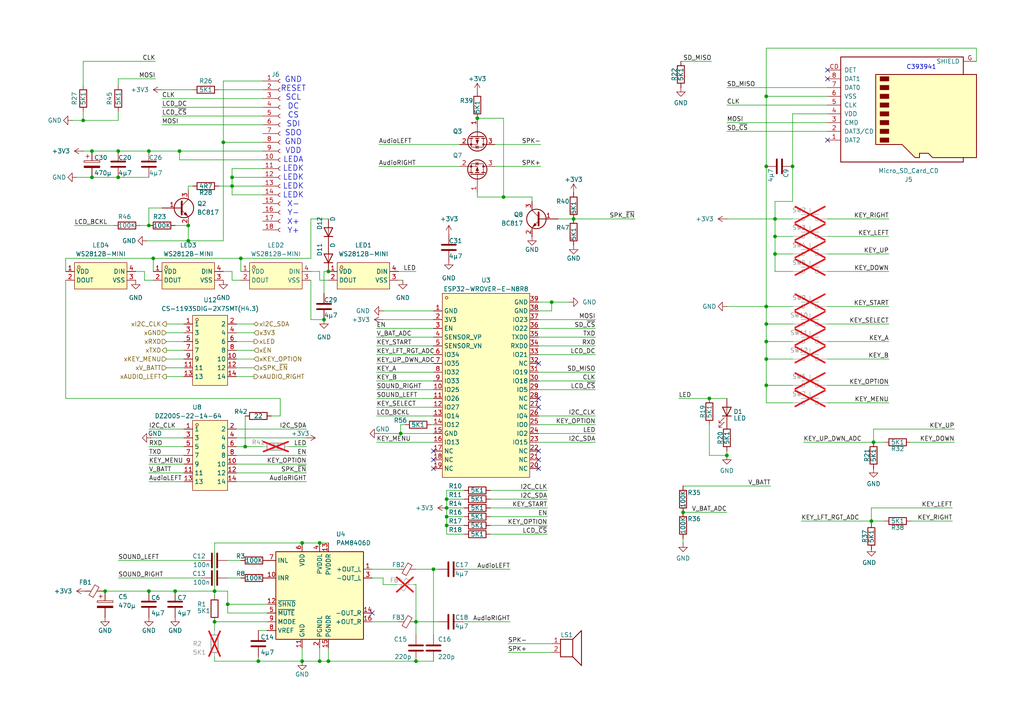
<source format=kicad_sch>
(kicad_sch (version 20231120) (generator "eeschema") (generator_version "8.0")
  (paper "A4")
  (junction (at 52.07 43.815))
  (junction (at 120.65 191.77))
  (junction (at 54.61 65.405))
  (junction (at 129.54 147.32))
  (junction (at 67.31 53.975))
  (junction (at 87.63 191.77))
  (junction (at 129.54 149.86))
  (junction (at 222.25 104.14))
  (junction (at 253.365 128.27))
  (junction (at 205.74 115.57))
  (junction (at 71.12 129.54))
  (junction (at 166.37 63.5))
  (junction (at 34.29 43.815))
  (junction (at 222.25 111.76))
  (junction (at 43.18 171.45))
  (junction (at 95.25 78.74))
  (junction (at 129.54 152.4))
  (junction (at 26.67 43.815))
  (junction (at 69.85 74.93))
  (junction (at 222.25 99.06))
  (junction (at 146.05 57.15))
  (junction (at 43.18 65.405))
  (junction (at 93.98 92.71))
  (junction (at 43.18 43.815))
  (junction (at 87.63 157.48))
  (junction (at 222.25 93.98))
  (junction (at 62.23 171.45))
  (junction (at 62.23 180.34))
  (junction (at 224.79 73.66))
  (junction (at 116.205 125.73))
  (junction (at 160.02 87.63))
  (junction (at 34.29 51.435))
  (junction (at 252.73 151.13))
  (junction (at 64.77 41.275))
  (junction (at 67.31 51.435))
  (junction (at 224.79 68.58))
  (junction (at 26.67 51.435))
  (junction (at 92.71 191.77))
  (junction (at 66.04 175.26))
  (junction (at 198.12 148.59))
  (junction (at 222.25 48.26))
  (junction (at 74.93 191.77))
  (junction (at 229.87 48.26))
  (junction (at 24.13 34.925))
  (junction (at 50.8 171.45))
  (junction (at 95.25 191.77))
  (junction (at 30.48 171.45))
  (junction (at 210.82 132.08))
  (junction (at 224.79 63.5))
  (junction (at 138.43 34.29))
  (junction (at 44.45 74.93))
  (junction (at 222.25 88.9))
  (junction (at 120.65 180.34))
  (junction (at 129.54 144.78))
  (junction (at 222.25 27.94))
  (junction (at 125.73 165.1))
  (junction (at 54.61 69.85))
  (junction (at 92.71 157.48))
  (no_connect (at 125.73 130.81))
  (no_connect (at 156.21 130.81))
  (no_connect (at 156.21 135.89))
  (no_connect (at 240.03 40.64))
  (no_connect (at 156.21 115.57))
  (no_connect (at 125.73 135.89))
  (no_connect (at 107.95 177.8))
  (no_connect (at 156.21 118.11))
  (no_connect (at 125.73 133.35))
  (no_connect (at 156.21 133.35))
  (no_connect (at 240.03 22.86))
  (no_connect (at 156.21 105.41))
  (no_connect (at 240.03 20.32))
  (wire (pts (xy 109.22 102.87) (xy 125.73 102.87)))
  (wire (pts (xy 81.28 120.65) (xy 78.74 120.65)))
  (wire (pts (xy 62.23 157.48) (xy 62.23 171.45)))
  (wire (pts (xy 34.29 51.435) (xy 43.18 51.435)))
  (wire (pts (xy 19.05 74.93) (xy 44.45 74.93)))
  (wire (pts (xy 120.65 165.1) (xy 125.73 165.1)))
  (wire (pts (xy 240.03 78.74) (xy 257.81 78.74)))
  (wire (pts (xy 45.085 22.86) (xy 34.29 22.86)))
  (wire (pts (xy 66.04 171.45) (xy 62.23 171.45)))
  (wire (pts (xy 55.88 53.975) (xy 54.61 53.975)))
  (wire (pts (xy 240.03 33.02) (xy 229.87 33.02)))
  (wire (pts (xy 29.845 171.45) (xy 30.48 171.45)))
  (wire (pts (xy 134.62 154.94) (xy 129.54 154.94)))
  (wire (pts (xy 109.22 118.11) (xy 125.73 118.11)))
  (wire (pts (xy 198.12 157.48) (xy 198.12 156.21)))
  (wire (pts (xy 222.25 111.76) (xy 222.25 104.14)))
  (wire (pts (xy 68.58 93.98) (xy 73.66 93.98)))
  (wire (pts (xy 19.05 78.74) (xy 19.05 74.93)))
  (wire (pts (xy 63.5 26.035) (xy 76.2 26.035)))
  (wire (pts (xy 30.48 171.45) (xy 43.18 171.45)))
  (wire (pts (xy 19.05 81.28) (xy 19.05 115.57)))
  (wire (pts (xy 146.05 57.15) (xy 154.305 57.15)))
  (wire (pts (xy 62.23 171.45) (xy 62.23 172.72)))
  (wire (pts (xy 46.99 26.035) (xy 55.88 26.035)))
  (wire (pts (xy 43.815 127) (xy 53.34 127)))
  (wire (pts (xy 142.24 147.32) (xy 158.75 147.32)))
  (wire (pts (xy 64.77 23.495) (xy 76.2 23.495)))
  (wire (pts (xy 109.22 95.25) (xy 125.73 95.25)))
  (wire (pts (xy 160.02 87.63) (xy 165.1 87.63)))
  (wire (pts (xy 229.87 111.76) (xy 222.25 111.76)))
  (wire (pts (xy 74.93 182.88) (xy 77.47 182.88)))
  (wire (pts (xy 156.21 113.03) (xy 172.72 113.03)))
  (wire (pts (xy 147.32 186.69) (xy 160.02 186.69)))
  (wire (pts (xy 156.21 92.71) (xy 172.72 92.71)))
  (wire (pts (xy 116.205 125.73) (xy 125.73 125.73)))
  (wire (pts (xy 109.855 41.91) (xy 133.35 41.91)))
  (wire (pts (xy 252.73 147.32) (xy 252.73 151.13)))
  (wire (pts (xy 222.25 88.9) (xy 229.87 88.9)))
  (wire (pts (xy 92.71 78.74) (xy 92.71 81.28)))
  (wire (pts (xy 26.67 43.815) (xy 34.29 43.815)))
  (wire (pts (xy 283.21 13.97) (xy 222.25 13.97)))
  (wire (pts (xy 71.12 120.65) (xy 71.12 129.54)))
  (wire (pts (xy 129.54 152.4) (xy 129.54 149.86)))
  (wire (pts (xy 146.05 34.29) (xy 146.05 57.15)))
  (wire (pts (xy 134.62 147.32) (xy 129.54 147.32)))
  (wire (pts (xy 67.31 51.435) (xy 67.31 48.895)))
  (wire (pts (xy 134.62 165.1) (xy 147.955 165.1)))
  (wire (pts (xy 46.99 28.575) (xy 76.2 28.575)))
  (wire (pts (xy 81.28 115.57) (xy 81.28 120.65)))
  (wire (pts (xy 210.82 63.5) (xy 224.79 63.5)))
  (wire (pts (xy 134.62 144.78) (xy 129.54 144.78)))
  (wire (pts (xy 127 180.34) (xy 120.65 180.34)))
  (wire (pts (xy 142.24 154.94) (xy 158.75 154.94)))
  (wire (pts (xy 64.77 41.275) (xy 76.2 41.275)))
  (wire (pts (xy 64.77 23.495) (xy 64.77 41.275)))
  (wire (pts (xy 240.03 68.58) (xy 257.81 68.58)))
  (wire (pts (xy 43.18 60.325) (xy 43.18 65.405)))
  (wire (pts (xy 109.22 97.79) (xy 125.73 97.79)))
  (wire (pts (xy 156.845 41.91) (xy 143.51 41.91)))
  (wire (pts (xy 68.58 129.54) (xy 71.12 129.54)))
  (wire (pts (xy 111.125 169.545) (xy 111.125 167.64)))
  (wire (pts (xy 224.79 78.74) (xy 229.87 78.74)))
  (wire (pts (xy 111.125 92.71) (xy 125.73 92.71)))
  (wire (pts (xy 224.79 73.66) (xy 224.79 78.74)))
  (wire (pts (xy 156.845 48.26) (xy 143.51 48.26)))
  (wire (pts (xy 109.22 115.57) (xy 125.73 115.57)))
  (wire (pts (xy 240.03 63.5) (xy 257.81 63.5)))
  (wire (pts (xy 24.13 43.815) (xy 26.67 43.815)))
  (wire (pts (xy 46.99 60.325) (xy 43.18 60.325)))
  (wire (pts (xy 74.93 190.5) (xy 74.93 191.77)))
  (wire (pts (xy 93.98 78.74) (xy 95.25 78.74)))
  (wire (pts (xy 34.29 22.86) (xy 34.29 24.765)))
  (wire (pts (xy 232.41 151.13) (xy 252.73 151.13)))
  (wire (pts (xy 68.58 106.68) (xy 73.66 106.68)))
  (wire (pts (xy 90.17 81.28) (xy 90.17 92.71)))
  (wire (pts (xy 283.21 17.78) (xy 283.21 13.97)))
  (wire (pts (xy 92.71 81.28) (xy 95.25 81.28)))
  (wire (pts (xy 20.955 34.925) (xy 24.13 34.925)))
  (wire (pts (xy 222.25 104.14) (xy 229.87 104.14)))
  (wire (pts (xy 224.79 63.5) (xy 224.79 68.58)))
  (wire (pts (xy 67.31 51.435) (xy 76.2 51.435)))
  (wire (pts (xy 34.29 32.385) (xy 34.29 34.925)))
  (wire (pts (xy 222.25 27.94) (xy 240.03 27.94)))
  (wire (pts (xy 116.205 123.19) (xy 116.205 125.73)))
  (wire (pts (xy 252.73 151.765) (xy 252.73 151.13)))
  (wire (pts (xy 127 165.1) (xy 125.73 165.1)))
  (wire (pts (xy 142.24 144.78) (xy 158.75 144.78)))
  (wire (pts (xy 154.305 57.15) (xy 154.305 58.42)))
  (wire (pts (xy 205.74 115.57) (xy 210.82 115.57)))
  (wire (pts (xy 117.475 123.19) (xy 116.205 123.19)))
  (wire (pts (xy 95.25 191.77) (xy 92.71 191.77)))
  (wire (pts (xy 129.54 142.24) (xy 129.54 144.78)))
  (wire (pts (xy 120.65 180.34) (xy 120.65 184.15)))
  (wire (pts (xy 156.21 128.27) (xy 172.72 128.27)))
  (wire (pts (xy 67.31 53.975) (xy 67.31 51.435)))
  (wire (pts (xy 68.58 104.14) (xy 73.66 104.14)))
  (wire (pts (xy 68.58 127) (xy 88.9 127)))
  (wire (pts (xy 68.58 124.46) (xy 88.9 124.46)))
  (wire (pts (xy 240.03 35.56) (xy 210.82 35.56)))
  (wire (pts (xy 125.73 165.1) (xy 125.73 184.15)))
  (wire (pts (xy 44.45 74.93) (xy 69.85 74.93)))
  (wire (pts (xy 161.925 63.5) (xy 166.37 63.5)))
  (wire (pts (xy 109.22 100.33) (xy 125.73 100.33)))
  (wire (pts (xy 156.21 95.25) (xy 172.72 95.25)))
  (wire (pts (xy 264.16 151.13) (xy 276.225 151.13)))
  (wire (pts (xy 43.18 129.54) (xy 53.34 129.54)))
  (wire (pts (xy 222.25 48.26) (xy 222.25 88.9)))
  (wire (pts (xy 134.62 152.4) (xy 129.54 152.4)))
  (wire (pts (xy 156.21 107.95) (xy 172.72 107.95)))
  (wire (pts (xy 253.365 128.27) (xy 256.54 128.27)))
  (wire (pts (xy 222.25 111.76) (xy 222.25 116.84)))
  (wire (pts (xy 19.05 115.57) (xy 81.28 115.57)))
  (wire (pts (xy 198.12 140.97) (xy 223.52 140.97)))
  (wire (pts (xy 46.99 33.655) (xy 76.2 33.655)))
  (wire (pts (xy 109.855 48.26) (xy 133.35 48.26)))
  (wire (pts (xy 34.29 162.56) (xy 58.42 162.56)))
  (wire (pts (xy 95.25 187.96) (xy 95.25 191.77)))
  (wire (pts (xy 43.18 132.08) (xy 53.34 132.08)))
  (wire (pts (xy 109.22 105.41) (xy 125.73 105.41)))
  (wire (pts (xy 66.04 162.56) (xy 69.85 162.56)))
  (wire (pts (xy 69.85 74.93) (xy 69.85 78.74)))
  (wire (pts (xy 134.62 149.86) (xy 129.54 149.86)))
  (wire (pts (xy 240.03 111.76) (xy 257.81 111.76)))
  (wire (pts (xy 43.18 43.815) (xy 52.07 43.815)))
  (wire (pts (xy 53.34 96.52) (xy 48.26 96.52)))
  (wire (pts (xy 222.25 88.9) (xy 222.25 93.98)))
  (wire (pts (xy 210.82 30.48) (xy 240.03 30.48)))
  (wire (pts (xy 44.45 74.93) (xy 44.45 78.74)))
  (wire (pts (xy 53.34 101.6) (xy 48.26 101.6)))
  (wire (pts (xy 83.82 129.54) (xy 88.9 129.54)))
  (wire (pts (xy 67.31 78.74) (xy 67.31 81.28)))
  (wire (pts (xy 138.43 55.88) (xy 138.43 57.15)))
  (wire (pts (xy 156.21 100.33) (xy 172.72 100.33)))
  (wire (pts (xy 67.31 81.28) (xy 69.85 81.28)))
  (wire (pts (xy 276.86 124.46) (xy 253.365 124.46)))
  (wire (pts (xy 240.03 38.1) (xy 210.82 38.1)))
  (wire (pts (xy 114.935 169.545) (xy 111.125 169.545)))
  (wire (pts (xy 109.22 113.03) (xy 125.73 113.03)))
  (wire (pts (xy 52.07 46.355) (xy 52.07 43.815)))
  (wire (pts (xy 54.61 65.405) (xy 54.61 69.85)))
  (wire (pts (xy 34.29 43.815) (xy 43.18 43.815)))
  (wire (pts (xy 142.24 149.86) (xy 158.75 149.86)))
  (wire (pts (xy 66.04 177.8) (xy 66.04 175.26)))
  (wire (pts (xy 156.21 125.73) (xy 172.72 125.73)))
  (wire (pts (xy 68.58 137.16) (xy 88.9 137.16)))
  (wire (pts (xy 43.18 134.62) (xy 53.34 134.62)))
  (wire (pts (xy 95.25 157.48) (xy 92.71 157.48)))
  (wire (pts (xy 210.82 132.08) (xy 210.82 130.81)))
  (wire (pts (xy 229.87 116.84) (xy 222.25 116.84)))
  (wire (pts (xy 42.545 69.85) (xy 54.61 69.85)))
  (wire (pts (xy 52.07 46.355) (xy 76.2 46.355)))
  (wire (pts (xy 196.85 115.57) (xy 205.74 115.57)))
  (wire (pts (xy 67.31 48.895) (xy 76.2 48.895)))
  (wire (pts (xy 64.77 41.275) (xy 64.77 69.85)))
  (wire (pts (xy 24.13 32.385) (xy 24.13 34.925)))
  (wire (pts (xy 53.34 93.98) (xy 48.26 93.98)))
  (wire (pts (xy 205.74 132.08) (xy 210.82 132.08)))
  (wire (pts (xy 125.095 123.19) (xy 125.73 123.19)))
  (wire (pts (xy 68.58 109.22) (xy 73.66 109.22)))
  (wire (pts (xy 90.17 74.93) (xy 90.17 63.5)))
  (wire (pts (xy 197.485 17.78) (xy 206.375 17.78)))
  (wire (pts (xy 156.21 90.17) (xy 160.02 90.17)))
  (wire (pts (xy 26.67 51.435) (xy 34.29 51.435)))
  (wire (pts (xy 109.22 107.95) (xy 125.73 107.95)))
  (wire (pts (xy 240.03 93.98) (xy 257.81 93.98)))
  (wire (pts (xy 53.34 99.06) (xy 48.26 99.06)))
  (wire (pts (xy 205.74 123.19) (xy 205.74 132.08)))
  (wire (pts (xy 69.85 74.93) (xy 90.17 74.93)))
  (wire (pts (xy 68.58 96.52) (xy 73.66 96.52)))
  (wire (pts (xy 222.25 99.06) (xy 222.25 104.14)))
  (wire (pts (xy 252.73 159.385) (xy 252.73 158.75)))
  (wire (pts (xy 222.25 27.94) (xy 222.25 48.26)))
  (wire (pts (xy 224.79 63.5) (xy 229.87 63.5)))
  (wire (pts (xy 156.21 110.49) (xy 172.72 110.49)))
  (wire (pts (xy 224.79 68.58) (xy 229.87 68.58)))
  (wire (pts (xy 50.8 171.45) (xy 62.23 171.45)))
  (wire (pts (xy 198.12 148.59) (xy 210.82 148.59)))
  (wire (pts (xy 222.25 93.98) (xy 229.87 93.98)))
  (wire (pts (xy 67.31 56.515) (xy 76.2 56.515)))
  (wire (pts (xy 67.31 53.975) (xy 76.2 53.975)))
  (wire (pts (xy 166.37 63.5) (xy 184.15 63.5)))
  (wire (pts (xy 53.34 104.14) (xy 48.26 104.14)))
  (wire (pts (xy 120.65 169.545) (xy 120.65 180.34)))
  (wire (pts (xy 109.22 110.49) (xy 125.73 110.49)))
  (wire (pts (xy 68.58 132.08) (xy 88.9 132.08)))
  (wire (pts (xy 222.25 99.06) (xy 229.87 99.06)))
  (wire (pts (xy 22.225 51.435) (xy 26.67 51.435)))
  (wire (pts (xy 95.25 191.77) (xy 120.65 191.77)))
  (wire (pts (xy 24.13 17.78) (xy 24.13 24.765)))
  (wire (pts (xy 120.65 191.77) (xy 125.73 191.77)))
  (wire (pts (xy 276.225 147.32) (xy 252.73 147.32)))
  (wire (pts (xy 66.04 167.64) (xy 69.85 167.64)))
  (wire (pts (xy 240.03 88.9) (xy 257.81 88.9)))
  (wire (pts (xy 87.63 191.77) (xy 74.93 191.77)))
  (wire (pts (xy 92.71 191.77) (xy 87.63 191.77)))
  (wire (pts (xy 62.23 191.77) (xy 74.93 191.77)))
  (wire (pts (xy 229.87 33.02) (xy 229.87 48.26)))
  (wire (pts (xy 111.125 90.17) (xy 125.73 90.17)))
  (wire (pts (xy 87.63 187.96) (xy 87.63 191.77)))
  (wire (pts (xy 264.16 128.27) (xy 276.86 128.27)))
  (wire (pts (xy 77.47 177.8) (xy 66.04 177.8)))
  (wire (pts (xy 54.61 53.975) (xy 54.61 55.245)))
  (wire (pts (xy 66.04 175.26) (xy 66.04 171.45)))
  (wire (pts (xy 240.03 104.14) (xy 257.81 104.14)))
  (wire (pts (xy 134.62 180.34) (xy 147.955 180.34)))
  (wire (pts (xy 156.21 87.63) (xy 160.02 87.63)))
  (wire (pts (xy 45.085 17.78) (xy 24.13 17.78)))
  (wire (pts (xy 68.58 101.6) (xy 73.66 101.6)))
  (wire (pts (xy 90.17 63.5) (xy 95.25 63.5)))
  (wire (pts (xy 138.43 57.15) (xy 146.05 57.15)))
  (wire (pts (xy 120.015 169.545) (xy 120.65 169.545)))
  (wire (pts (xy 160.02 90.17) (xy 160.02 87.63)))
  (wire (pts (xy 147.32 189.23) (xy 160.02 189.23)))
  (wire (pts (xy 138.43 34.29) (xy 146.05 34.29)))
  (wire (pts (xy 43.18 139.7) (xy 53.34 139.7)))
  (wire (pts (xy 62.23 190.5) (xy 62.23 191.77)))
  (wire (pts (xy 109.22 128.27) (xy 125.73 128.27)))
  (wire (pts (xy 142.24 142.24) (xy 158.75 142.24)))
  (wire (pts (xy 142.24 152.4) (xy 158.75 152.4)))
  (wire (pts (xy 24.13 34.925) (xy 34.29 34.925)))
  (wire (pts (xy 129.54 154.94) (xy 129.54 152.4)))
  (wire (pts (xy 87.63 157.48) (xy 92.71 157.48)))
  (wire (pts (xy 134.62 142.24) (xy 129.54 142.24)))
  (wire (pts (xy 62.23 157.48) (xy 87.63 157.48)))
  (wire (pts (xy 46.99 31.115) (xy 76.2 31.115)))
  (wire (pts (xy 76.2 129.54) (xy 71.12 129.54)))
  (wire (pts (xy 34.29 167.64) (xy 58.42 167.64)))
  (wire (pts (xy 53.34 109.22) (xy 48.26 109.22)))
  (wire (pts (xy 46.99 36.195) (xy 76.2 36.195)))
  (wire (pts (xy 224.79 58.42) (xy 224.79 63.5)))
  (wire (pts (xy 63.5 53.975) (xy 67.31 53.975)))
  (wire (pts (xy 233.045 128.27) (xy 253.365 128.27)))
  (wire (pts (xy 115.57 78.74) (xy 120.65 78.74)))
  (wire (pts (xy 64.77 78.74) (xy 67.31 78.74)))
  (wire (pts (xy 222.25 13.97) (xy 222.25 27.94)))
  (wire (pts (xy 224.79 68.58) (xy 224.79 73.66)))
  (wire (pts (xy 224.79 73.66) (xy 229.87 73.66)))
  (wire (pts (xy 156.21 102.87) (xy 172.72 102.87)))
  (wire (pts (xy 156.21 123.19) (xy 172.72 123.19)))
  (wire (pts (xy 111.125 167.64) (xy 107.95 167.64)))
  (wire (pts (xy 67.31 56.515) (xy 67.31 53.975)))
  (wire (pts (xy 53.34 106.68) (xy 48.26 106.68)))
  (wire (pts (xy 107.95 165.1) (xy 115.57 165.1)))
  (wire (pts (xy 252.73 151.13) (xy 256.54 151.13)))
  (wire (pts (xy 240.03 99.06) (xy 257.81 99.06)))
  (wire (pts (xy 41.91 78.74) (xy 41.91 81.28)))
  (wire (pts (xy 66.04 175.26) (xy 77.47 175.26)))
  (wire (pts (xy 68.58 99.06) (xy 73.66 99.06)))
  (wire (pts (xy 240.03 116.84) (xy 257.81 116.84)))
  (wire (pts (xy 129.54 147.32) (xy 129.54 149.86)))
  (wire (pts (xy 109.22 120.65) (xy 125.73 120.65)))
  (wire (pts (xy 90.17 78.74) (xy 92.71 78.74)))
  (wire (pts (xy 68.58 134.62) (xy 88.9 134.62)))
  (wire (pts (xy 52.07 43.815) (xy 76.2 43.815)))
  (wire (pts (xy 41.91 81.28) (xy 44.45 81.28)))
  (wire (pts (xy 62.23 182.88) (xy 62.23 180.34)))
  (wire (pts (xy 210.82 88.9) (xy 222.25 88.9)))
  (wire (pts (xy 240.03 73.66) (xy 257.81 73.66)))
  (wire (pts (xy 43.18 171.45) (xy 50.8 171.45)))
  (wire (pts (xy 210.82 25.4) (xy 240.03 25.4)))
  (wire (pts (xy 62.23 180.34) (xy 77.47 180.34)))
  (wire (pts (xy 21.59 65.405) (xy 33.02 65.405)))
  (wire (pts (xy 107.95 180.34) (xy 115.57 180.34)))
  (wire (pts (xy 156.21 120.65) (xy 172.72 120.65)))
  (wire (pts (xy 43.18 124.46) (xy 53.34 124.46)))
  (wire (pts (xy 92.71 187.96) (xy 92.71 191.77)))
  (wire (pts (xy 109.855 125.73) (xy 116.205 125.73)))
  (wire (pts (xy 40.64 65.405) (xy 43.18 65.405)))
  (wire (pts (xy 39.37 78.74) (xy 41.91 78.74)))
  (wire (pts (xy 93.98 85.09) (xy 93.98 78.74)))
  (wire (pts (xy 129.54 144.78) (xy 129.54 147.32)))
  (wire (pts (xy 68.58 139.7) (xy 88.9 139.7)))
  (wire (pts (xy 54.61 69.85) (xy 64.77 69.85)))
  (wire (pts (xy 90.17 92.71) (xy 93.98 92.71)))
  (wire (pts (xy 222.25 93.98) (xy 222.25 99.06)))
  (wire (pts (xy 253.365 124.46) (xy 253.365 128.27)))
  (wire (pts (xy 156.21 97.79) (xy 172.72 97.79)))
  (wire (pts (xy 50.8 65.405) (xy 54.61 65.405)))
  (wire (pts (xy 224.79 58.42) (xy 229.87 58.42)))
  (wire (pts (xy 229.87 58.42) (xy 229.87 48.26)))
  (wire (pts (xy 43.18 137.16) (xy 53.34 137.16)))
  (wire (pts (xy 116.84 81.28) (xy 115.57 81.28)))
  (text "GND\nRESET\nSCL\nDC\nCS\nSDI\nSDO\nGND\nVDD\nLEDA\nLEDK\nLEDK\nLEDK\nLEDK\nX-\nY-\nX+\nY+\n" (at 85.09 45.085 0) (effects (font (size 1.6002 1.6002))))
  (text "C393941" (at 262.89 20.32 0) (effects (font (size 1.27 1.27)) (justify left bottom)))
  (label "KEY_UP" (at 257.81 73.66 180))
  (label "KEY_SELECT" (at 109.22 118.11 0))
  (label "EN" (at 109.22 95.25 0))
  (label "LED" (at 172.72 125.73 180))
  (label "KEY_START" (at 109.22 100.33 0))
  (label "SD_~{CS}" (at 210.82 38.1 0))
  (label "CLK" (at 210.82 30.48 0))
  (label "KEY_RIGHT" (at 257.81 63.5 180))
  (label "AudioRIGHT" (at 147.955 180.34 180))
  (label "MOSI" (at 210.82 35.56 0))
  (label "SOUND_RIGHT" (at 34.29 167.64 0))
  (label "LED" (at 120.65 78.74 180))
  (label "LCD_~{CS}" (at 158.75 154.94 180))
  (label "AudioLEFT" (at 147.955 165.1 180))
  (label "SPK-" (at 156.845 41.91 180))
  (label "AudioLEFT" (at 109.855 41.91 0))
  (label "TXD" (at 172.72 97.79 180))
  (label "KEY_DOWN" (at 276.86 128.27 180))
  (label "LED" (at 196.85 115.57 0))
  (label "SD_~{CS}" (at 172.72 95.25 180))
  (label "RXD" (at 43.18 129.54 0))
  (label "KEY_LEFT" (at 276.225 147.32 180))
  (label "I2C_CLK" (at 158.75 142.24 180))
  (label "LCD_BCKL" (at 21.59 65.405 0))
  (label "SD_MISO" (at 210.82 25.4 0))
  (label "LED" (at 88.9 129.54 180))
  (label "CLK" (at 46.99 28.575 0))
  (label "SOUND_LEFT" (at 109.22 115.57 0))
  (label "KEY_LFT_RGT_ADC" (at 232.41 151.13 0))
  (label "SOUND_RIGHT" (at 109.22 113.03 0))
  (label "I2C_SDA" (at 172.72 128.27 180))
  (label "I2C_CLK" (at 172.72 120.65 180))
  (label "MOSI" (at 45.085 22.86 180))
  (label "LCD_~{CS}" (at 172.72 113.03 180))
  (label "SPK-" (at 147.32 186.69 0))
  (label "KEY_OPTION" (at 257.81 111.76 180))
  (label "CLK" (at 172.72 110.49 180))
  (label "LCD_DC" (at 46.99 31.115 0))
  (label "KEY_UP_DWN_ADC" (at 233.045 128.27 0))
  (label "KEY_LFT_RGT_ADC" (at 109.22 102.87 0))
  (label "LCD_~{CS}" (at 46.99 33.655 0))
  (label "KEY_MENU" (at 109.22 128.27 0))
  (label "AudioLEFT" (at 43.18 139.7 0))
  (label "KEY_OPTION" (at 158.75 152.4 180))
  (label "AudioRIGHT" (at 88.9 139.7 180))
  (label "KEY_B" (at 109.22 110.49 0))
  (label "KEY_MENU" (at 257.81 116.84 180))
  (label "KEY_UP_DWN_ADC" (at 109.22 105.41 0))
  (label "SD_MISO" (at 172.72 107.95 180))
  (label "LCD_DC" (at 172.72 102.87 180))
  (label "LCD_BCKL" (at 109.22 120.65 0))
  (label "KEY_START" (at 257.81 88.9 180))
  (label "MOSI" (at 172.72 92.71 180))
  (label "EN" (at 158.75 149.86 180))
  (label "KEY_A" (at 257.81 99.06 180))
  (label "MOSI" (at 46.99 36.195 0))
  (label "KEY_DOWN" (at 257.81 78.74 180))
  (label "RXD" (at 172.72 100.33 180))
  (label "I2C_SDA" (at 158.75 144.78 180))
  (label "V_BAT_ADC" (at 210.82 148.59 180))
  (label "KEY_START" (at 158.75 147.32 180))
  (label "KEY_OPTION" (at 172.72 123.19 180))
  (label "KEY_OPTION" (at 88.9 134.62 180))
  (label "V_BATT" (at 43.18 137.16 0))
  (label "SOUND_LEFT" (at 34.29 162.56 0))
  (label "I2C_SDA" (at 88.9 124.46 180))
  (label "AudioRIGHT" (at 109.855 48.26 0))
  (label "SPK+" (at 156.845 48.26 180))
  (label "SD_MISO" (at 206.375 17.78 180))
  (label "V_BATT" (at 223.52 140.97 180))
  (label "KEY_SELECT" (at 257.81 93.98 180))
  (label "EN" (at 88.9 132.08 180))
  (label "TXD" (at 43.18 132.08 0))
  (label "V_BAT_ADC" (at 109.22 97.79 0))
  (label "KEY_A" (at 109.22 107.95 0))
  (label "SPK_~{EN}" (at 184.15 63.5 180))
  (label "KEY_RIGHT" (at 276.225 151.13 180))
  (label "KEY_LEFT" (at 257.81 68.58 180))
  (label "CLK" (at 45.085 17.78 180))
  (label "I2C_CLK" (at 43.18 124.46 0))
  (label "KEY_MENU" (at 43.18 134.62 0))
  (label "KEY_UP" (at 276.86 124.46 180))
  (label "KEY_B" (at 257.81 104.14 180))
  (label "SPK_~{EN}" (at 88.9 137.16 180))
  (label "SPK+" (at 147.32 189.23 0))
  (hierarchical_label "xKEY_MENU" (shape input) (at 48.26 104.14 180))
  (hierarchical_label "xRXD" (shape input) (at 48.26 99.06 180))
  (hierarchical_label "xKEY_OPTION" (shape input) (at 73.66 104.14 0))
  (hierarchical_label "xAUDIO_LEFT" (shape output) (at 48.26 109.22 180))
  (hierarchical_label "x3V3" (shape input) (at 73.66 96.52 0))
  (hierarchical_label "xAUDIO_RIGHT" (shape output) (at 73.66 109.22 0))
  (hierarchical_label "xTXD" (shape output) (at 48.26 101.6 180))
  (hierarchical_label "xEN" (shape input) (at 73.66 101.6 0))
  (hierarchical_label "xI2C_SDA" (shape bidirectional) (at 73.66 93.98 0))
  (hierarchical_label "xGND" (shape input) (at 48.26 96.52 180))
  (hierarchical_label "xI2C_CLK" (shape output) (at 48.26 93.98 180))
  (hierarchical_label "xLED" (shape output) (at 73.66 99.06 0))
  (hierarchical_label "xSPK_~{EN}" (shape input) (at 73.66 106.68 0))
  (hierarchical_label "xV_BATT" (shape input) (at 48.26 106.68 180))
  (symbol (lib_id "power:+3V3") (at 46.99 26.035 90) (unit 1)
    (property "Reference" "#PWR033" (effects (hide yes)))
    (property "Value" "+3V3" (at 43.18 26.035 90) (effects (justify left)))
    (property "Description" "Power symbol creates a global label with name \"+3V3\"" (effects (hide yes)))
  )
  (symbol (lib_id "Device:R") (at 138.43 152.4 270) (unit 1)
    (property "Reference" "R17" (at 132.08 151.13 90))
    (property "Value" "5K1" (at 138.43 152.4 90))
    (property "Footprint" "Resistor_SMD:R_0603_1608Metric" (effects (hide yes)))
    (property "LCSC" "C26000" (effects (hide yes)))
    (property "SOURCED" "jop" (effects (hide yes)))
  )
  (symbol (lib_id "power:GND") (at 22.225 51.435 270) (mirror x) (unit 1)
    (property "Reference" "#PWR035" (effects (hide yes)))
    (property "Value" "GND" (at 17.145 51.435 90))
  )
  (symbol (lib_id "power:GND") (at 210.82 88.9 270) (mirror x) (unit 1)
    (property "Reference" "#PWR034" (effects (hide yes)))
    (property "Value" "GND" (at 205.74 88.9 90))
  )
  (symbol (lib_id "power:GND") (at 20.955 34.925 270) (mirror x) (unit 1)
    (property "Reference" "#PWR042" (effects (hide yes)))
    (property "Value" "GND" (at 15.875 34.925 90))
  )
  (symbol (lib_id "power:GND") (at 154.305 68.58 0) (mirror y) (unit 1)
    (property "Reference" "#PWR047" (effects (hide yes)))
    (property "Value" "GND" (at 154.305 72.39 0))
  )
  (symbol (lib_id "power:GND") (at 42.545 69.85 270) (mirror x) (unit 1)
    (property "Reference" "#PWR041" (effects (hide yes)))
    (property "Value" "GND" (at 37.465 69.85 90))
  )
  (symbol (lib_id "power:GND") (at 253.365 135.89 0) (unit 1)
    (property "Reference" "#PWR024" (effects (hide yes)))
    (property "Value" "GND" (at 253.365 140.335 0))
    (property "Description" "Power symbol creates a global label with name \"GND\" , ground" (effects (hide yes)))
  )
  (symbol (lib_id "easyeda2kicad:ESP32-WROVER-E-N8R8") (at 140.97 111.76 0) (unit 1)
    (property "Reference" "U3" (at 140.97 81.28 0))
    (property "Value" "ESP32-WROVER-E-N8R8" (at 140.97 83.82 0))
    (property "Footprint" "easyeda2kicad:WIFI-SMD_ESP32-WROVER-IE8MB" (effects (hide yes)))
    (property "SOURCED" "jop" (effects (hide yes)))
    (property "LCSC" "C2973667" (effects (hide yes)))
  )
  (symbol (lib_id "power:GND") (at 165.1 87.63 90) (unit 1)
    (property "Reference" "#PWR019" (effects (hide yes)))
    (property "Value" "GND" (at 168.91 87.6299 90) (effects (justify right)))
    (property "Description" "Power symbol creates a global label with name \"GND\" , ground" (effects (hide yes)))
  )
  (symbol (lib_id "Device:R") (at 121.285 123.19 90) (unit 1)
    (property "Reference" "R56" (at 118.11 121.92 90) (effects (justify left)))
    (property "Value" "5K1" (at 123.19 123.19 90) (effects (justify left)))
    (property "Footprint" "Resistor_SMD:R_0603_1608Metric" (effects (hide yes)))
    (property "LCSC" "C26000" (effects (hide yes)))
    (property "SOURCED" "jop" (effects (hide yes)))
  )
  (symbol (lib_id "power:+3V3") (at 111.125 92.71 90) (unit 1)
    (property "Reference" "#PWR04" (effects (hide yes)))
    (property "Value" "+3V3" (at 107.315 92.71 90) (effects (justify left)))
    (property "Description" "Power symbol creates a global label with name \"+3V3\"" (effects (hide yes)))
  )
  (symbol (lib_id "Device:D") (at 95.25 74.93 90) (unit 1)
    (property "Reference" "D11" (at 92.71 72.39 0))
    (property "Value" "D" (at 96.52 71.12 0))
    (property "Footprint" "Diode_SMD:Nexperia_CFP3_SOD-123W" (effects (hide yes)))
    (property "Description" "Diode" (effects (hide yes)))
    (property "Sim.Device" "D" (effects (hide yes)))
    (property "Sim.Pins" "1=K 2=A" (effects (hide yes)))
    (property "LCSC" "C5120763" (effects (hide yes)))
    (property "SOURCED" "jop" (effects (hide yes)))
  )
  (symbol (lib_id "Device:R") (at 138.43 142.24 270) (unit 1)
    (property "Reference" "R10" (at 132.08 140.97 90))
    (property "Value" "5K1" (at 138.43 142.24 90))
    (property "Footprint" "Resistor_SMD:R_0603_1608Metric" (effects (hide yes)))
    (property "LCSC" "C26000" (effects (hide yes)))
    (property "SOURCED" "jop" (effects (hide yes)))
  )
  (symbol (lib_id "Device:C_Polarized") (at 30.48 175.26 0) (unit 1)
    (property "Reference" "C5" (at 34.29 173.1009 0) (effects (justify left)))
    (property "Value" "470µ" (at 34.29 175.6409 0) (effects (justify left)))
    (property "Footprint" "Capacitor_Tantalum_SMD:CP_EIA-7343-43_Kemet-X" (effects (hide yes)))
    (property "Description" "Polarized capacitor" (effects (hide yes)))
    (property "LCSC" "C724264" (effects (hide yes)))
  )
  (symbol (lib_id "Device:R") (at 198.12 144.78 0) (unit 1)
    (property "Reference" "R35" (at 199.39 142.875 0) (effects (justify left)))
    (property "Value" "100K" (at 198.12 147.32 90) (effects (justify left)))
    (property "Footprint" "Resistor_SMD:R_0603_1608Metric" (effects (hide yes)))
    (property "LCSC" "C15458" (effects (hide yes)))
    (property "SOURCED" "jop" (effects (hide yes)))
  )
  (symbol (lib_id "Device:R") (at 205.74 119.38 0) (unit 1)
    (property "Reference" "R19" (at 203.835 119.38 90))
    (property "Value" "5K1" (at 205.74 119.38 90))
    (property "Footprint" "Resistor_SMD:R_0603_1608Metric" (effects (hide yes)))
    (property "LCSC" "C26000" (effects (hide yes)))
    (property "SOURCED" "jop" (effects (hide yes)))
  )
  (symbol (lib_id "Device:FerriteBead_Small") (at 118.11 165.1 90) (unit 1)
    (property "Reference" "FB2" (at 115.57 163.83 90))
    (property "Value" "FerriteBead_Small" (effects (hide yes)))
    (property "Footprint" "Inductor_SMD:L_0805_2012Metric" (effects (hide yes)))
    (property "Description" "600R 100MHz 100mOhm 2Amp" (effects (hide yes)))
    (property "LCSC" "C963878" (effects (hide yes)))
    (property "SOURCED" "jop" (effects (hide yes)))
  )
  (symbol (lib_id "Device:C") (at 130.81 180.34 90) (unit 1)
    (property "Reference" "C18" (at 135.89 179.07 90) (effects (justify left)))
    (property "Value" "4µ7" (at 135.89 181.61 90) (effects (justify left)))
    (property "Footprint" "Capacitor_SMD:C_1206_3216Metric" (effects (hide yes)))
    (property "Description" "25V" (effects (hide yes)))
    (property "LCSC" "C282809" (effects (hide yes)))
    (property "SOURCED" "jop" (effects (hide yes)))
  )
  (symbol (lib_id "Device:R") (at 138.43 149.86 270) (unit 1)
    (property "Reference" "R16" (at 132.08 148.59 90))
    (property "Value" "5K1" (at 138.43 149.86 90))
    (property "Footprint" "Resistor_SMD:R_0603_1608Metric" (effects (hide yes)))
    (property "LCSC" "C26000" (effects (hide yes)))
    (property "SOURCED" "jop" (effects (hide yes)))
  )
  (symbol (lib_id "easyeda2kicad:DZ200S-22-14-64") (at 60.96 132.08 0) (unit 1)
    (property "Reference" "U8" (at 57.15 118.11 0))
    (property "Value" "DZ200S-22-14-64" (at 54.61 120.65 0))
    (property "Footprint" "easyeda2kicad:HDR-SMD_14P-P2.00-V-M-R2-C7-LS6.4" (effects (hide yes)))
    (property "LCSC" "C5160772" (effects (hide yes)))
  )
  (symbol (lib_id "Device:R") (at 252.73 155.575 0) (unit 1)
    (property "Reference" "R37" (at 250.825 155.575 90))
    (property "Value" "5K1" (at 252.73 155.575 90))
    (property "Footprint" "Resistor_SMD:R_0603_1608Metric" (effects (hide yes)))
    (property "LCSC" "C26000" (effects (hide yes)))
    (property "SOURCED" "jop" (effects (hide yes)))
  )
  (symbol (lib_id "power:GND") (at 252.73 158.75 0) (unit 1)
    (property "Reference" "#PWR029" (effects (hide yes)))
    (property "Value" "GND" (at 252.095 163.195 0))
    (property "Description" "Power symbol creates a global label with name \"GND\" , ground" (effects (hide yes)))
  )
  (symbol (lib_id "Device:R") (at 80.01 129.54 270) (unit 1) (in_bom no) (dnp yes)
    (property "Reference" "R41" (at 74.93 128.27 90))
    (property "Value" "22" (at 80.01 129.54 90))
    (property "Footprint" "Resistor_SMD:R_0603_1608Metric" (effects (hide yes)))
    (property "LCSC" "C1203" (effects (hide yes)))
    (property "SOURCED" "jop" (effects (hide yes)))
  )
  (symbol (lib_id "power:GND") (at 87.63 191.77 0) (mirror y) (unit 1)
    (property "Reference" "#PWR022" (effects (hide yes)))
    (property "Value" "GND" (at 87.63 195.58 0))
  )
  (symbol (lib_id "easyeda2kicad:CS-1193SDIG-2X7SMT(H4.3)") (at 60.96 101.6 0) (unit 1)
    (property "Reference" "U12" (at 60.96 86.995 0))
    (property "Value" "CS-1193SDIG-2X7SMT(H4.3)" (at 60.96 89.535 0))
    (property "Footprint" "TheBrutzlers_Lib:PM200-2-07-S-4.3" (effects (hide yes)))
    (property "LCSC" "C3975171" (effects (hide yes)))
  )
  (symbol (lib_id "Device:C") (at 130.81 165.1 90) (unit 1)
    (property "Reference" "C17" (at 135.89 163.83 90) (effects (justify left)))
    (property "Value" "4µ7" (at 135.89 166.37 90) (effects (justify left)))
    (property "Footprint" "Capacitor_SMD:C_1206_3216Metric" (effects (hide yes)))
    (property "Description" "25V" (effects (hide yes)))
    (property "LCSC" "C282809" (effects (hide yes)))
    (property "SOURCED" "jop" (effects (hide yes)))
  )
  (symbol (lib_id "Device:R") (at 197.485 21.59 0) (unit 1)
    (property "Reference" "R22" (at 195.58 21.59 90))
    (property "Value" "5K1" (at 197.485 21.59 90))
    (property "Footprint" "Resistor_SMD:R_0603_1608Metric" (effects (hide yes)))
    (property "LCSC" "C26000" (effects (hide yes)))
    (property "SOURCED" "jop" (effects (hide yes)))
  )
  (symbol (lib_id "Device:R") (at 73.66 162.56 90) (unit 1)
    (property "Reference" "R3" (at 71.12 161.29 90) (effects (justify left)))
    (property "Value" "100K" (at 76.2 162.56 90) (effects (justify left)))
    (property "Footprint" "Resistor_SMD:R_0603_1608Metric" (effects (hide yes)))
    (property "LCSC" "C15458" (effects (hide yes)))
    (property "SOURCED" "jop" (effects (hide yes)))
  )
  (symbol (lib_id "Device:R") (at 260.35 151.13 90) (unit 1)
    (property "Reference" "R38" (at 260.35 153.035 90))
    (property "Value" "5K1" (at 260.35 151.13 90))
    (property "Footprint" "Resistor_SMD:R_0603_1608Metric" (effects (hide yes)))
    (property "LCSC" "C26000" (effects (hide yes)))
    (property "SOURCED" "jop" (effects (hide yes)))
  )
  (symbol (lib_id "Device:R") (at 74.93 120.65 270) (unit 1)
    (property "Reference" "R42" (at 69.85 119.38 90))
    (property "Value" "22" (at 74.93 120.65 90))
    (property "Footprint" "Resistor_SMD:R_0603_1608Metric" (effects (hide yes)))
    (property "LCSC" "C1203" (effects (hide yes)))
    (property "SOURCED" "jop" (effects (hide yes)))
  )
  (symbol (lib_id "Device:C") (at 93.98 88.9 0) (unit 1)
    (property "Reference" "C29" (at 93.98 86.995 0) (effects (justify left)))
    (property "Value" "4µ7" (at 93.98 91.44 0) (effects (justify left)))
    (property "Footprint" "Capacitor_SMD:C_1206_3216Metric" (effects (hide yes)))
    (property "Description" "25V" (effects (hide yes)))
    (property "LCSC" "C282809" (effects (hide yes)))
    (property "SOURCED" "jop" (effects (hide yes)))
  )
  (symbol (lib_id "Device:R") (at 253.365 132.08 0) (unit 1)
    (property "Reference" "R21" (at 251.46 132.08 90))
    (property "Value" "5K1" (at 253.365 132.08 90))
    (property "Footprint" "Resistor_SMD:R_0603_1608Metric" (effects (hide yes)))
    (property "LCSC" "C26000" (effects (hide yes)))
    (property "SOURCED" "jop" (effects (hide yes)))
  )
  (symbol (lib_id "Transistor_BJT:BC817") (at 52.07 60.325 0) (unit 1)
    (property "Reference" "Q2" (at 57.15 59.0549 0) (effects (justify left)))
    (property "Value" "BC817" (at 57.15 61.5949 0) (effects (justify left)))
    (property "Footprint" "Package_TO_SOT_SMD:SOT-323_SC-70" (effects (hide yes)))
    (property "Datasheet" "https://www.onsemi.com/pub/Collateral/BC818-D.pdf" (effects (hide yes)))
    (property "Description" "0.8A Ic, 45V Vce, NPN Transistor, SOT-23" (effects (hide yes)))
    (property "LCSC" "C383187" (effects (hide yes)))
    (property "SOURCED" "jop" (effects (hide yes)))
  )
  (symbol (lib_id "power:GND") (at 30.48 179.07 0) (mirror y) (unit 1)
    (property "Reference" "#PWR014" (effects (hide yes)))
    (property "Value" "GND" (at 30.48 182.88 0))
  )
  (symbol (lib_id "power:GND") (at 111.125 90.17 270) (unit 1)
    (property "Reference" "#PWR02" (effects (hide yes)))
    (property "Value" "GND" (at 107.315 90.1699 90) (effects (justify right)))
    (property "Description" "Power symbol creates a global label with name \"GND\" , ground" (effects (hide yes)))
  )
  (symbol (lib_id "Device:C") (at 125.73 187.96 180) (unit 1)
    (property "Reference" "C16" (at 127 185.42 0) (effects (justify right)))
    (property "Value" "220p" (at 127 190.5 0) (effects (justify right)))
    (property "Footprint" "Capacitor_SMD:C_0603_1608Metric" (effects (hide yes)))
    (property "Description" "50V" (effects (hide yes)))
    (property "LCSC" "C107081" (effects (hide yes)))
    (property "SOURCED" "jop" (effects (hide yes)))
  )
  (symbol (lib_id "Connector:Conn_01x18_Socket") (at 81.28 43.815 0) (unit 1)
    (property "Reference" "J6" (at 78.74 21.59 0) (effects (justify left)))
    (property "Value" "Conn_01x18_Socket" (effects (hide yes)))
    (property "Footprint" "TheBrutzlers_Lib:solder connector 0.8mm 18 pin" (effects (hide yes)))
    (property "Description" "Generic connector, single row, 01x18, script generated" (effects (hide yes)))
    (property "SOURCED" "party (2 missing)" (effects (hide yes)))
  )
  (symbol (lib_id "Device:R") (at 36.83 65.405 90) (unit 1)
    (property "Reference" "R46" (at 38.1 62.865 90) (effects (justify left)))
    (property "Value" "100K" (at 39.37 65.405 90) (effects (justify left)))
    (property "Footprint" "Resistor_SMD:R_0603_1608Metric" (effects (hide yes)))
    (property "LCSC" "C15458" (effects (hide yes)))
    (property "SOURCED" "jop" (effects (hide yes)))
  )
  (symbol (lib_id "Device:C") (at 43.18 175.26 0) (unit 1)
    (property "Reference" "C6" (at 43.815 173.355 0) (effects (justify left)))
    (property "Value" "4µ7" (at 43.815 177.8 0) (effects (justify left)))
    (property "Footprint" "Capacitor_SMD:C_1206_3216Metric" (effects (hide yes)))
    (property "Description" "25V" (effects (hide yes)))
    (property "LCSC" "C282809" (effects (hide yes)))
    (property "SOURCED" "jop" (effects (hide yes)))
  )
  (symbol (lib_id "Switch:SW_Push") (at 234.95 111.76 0) (unit 1) (dnp yes)
    (property "Reference" "SW6" (at 231.775 109.22 0))
    (property "Value" "SW_Push" (effects (hide yes)))
    (property "Footprint" "TheBrutzlers_Lib:RubberpadButton_250µ_250µ" (effects (hide yes)))
  )
  (symbol (lib_id "TheBrutzlers_Lib:Micro_SD_Card_CD") (at 262.89 33.02 0) (mirror x) (unit 1)
    (property "Reference" "J5" (at 263.525 52.07 0))
    (property "Value" "Micro_SD_Card_CD" (at 263.525 49.53 0))
    (property "Footprint" "TheBrutzlers_Lib:MicroSD_Self_ bomb" (effects (hide yes)))
    (property "Datasheet" "https://datasheet.lcsc.com/lcsc/1912111437_SHOU-HAN-TF-PUSH_C393941.pdf" (effects (hide yes)))
    (property "LCSC" "C393941" (effects (hide yes)))
    (property "SOURCED" "jop" (effects (hide yes)))
  )
  (symbol (lib_id "Transistor_BJT:BC817") (at 156.845 63.5 0) (mirror y) (unit 1)
    (property "Reference" "Q8" (at 151.765 62.2299 0) (effects (justify left)))
    (property "Value" "BC817" (at 151.765 64.7699 0) (effects (justify left)))
    (property "Footprint" "Package_TO_SOT_SMD:SOT-323_SC-70" (effects (hide yes)))
    (property "Datasheet" "https://www.onsemi.com/pub/Collateral/BC818-D.pdf" (effects (hide yes)))
    (property "Description" "0.8A Ic, 45V Vce, NPN Transistor, SOT-23" (effects (hide yes)))
    (property "LCSC" "C383187" (effects (hide yes)))
    (property "SOURCED" "jop" (effects (hide yes)))
  )
  (symbol (lib_id "Switch:SW_Push") (at 234.95 78.74 0) (unit 1) (dnp yes)
    (property "Reference" "SW5" (at 231.775 76.2 0))
    (property "Value" "SW_Push" (effects (hide yes)))
    (property "Footprint" "TheBrutzlers_Lib:RubberpadButton_250µ_250µ" (effects (hide yes)))
  )
  (symbol (lib_id "power:+3V3") (at 138.43 26.67 0) (unit 1)
    (property "Reference" "#PWR046" (effects (hide yes)))
    (property "Value" "+3V3" (at 138.43 22.86 0))
    (property "Description" "Power symbol creates a global label with name \"+3V3\"" (effects (hide yes)))
  )
  (symbol (lib_id "power:GND") (at 64.77 81.28 0) (unit 1)
    (property "Reference" "#PWR055" (effects (hide yes)))
    (property "Value" "GND" (at 64.77 86.36 0))
    (property "Description" "Power symbol creates a global label with name \"GND\" , ground" (effects (hide yes)))
  )
  (symbol (lib_id "Device:C") (at 130.175 71.755 0) (unit 1)
    (property "Reference" "C31" (at 130.175 69.85 0) (effects (justify left)))
    (property "Value" "4µ7" (at 130.175 74.295 0) (effects (justify left)))
    (property "Footprint" "Capacitor_SMD:C_1206_3216Metric" (effects (hide yes)))
    (property "Description" "25V" (effects (hide yes)))
    (property "LCSC" "C282809" (effects (hide yes)))
    (property "SOURCED" "jop" (effects (hide yes)))
  )
  (symbol (lib_id "Device:Q_PMOS_GSD") (at 138.43 39.37 270) (unit 1)
    (property "Reference" "Q3" (at 132.715 38.1 90))
    (property "Value" "Q_PMOS_GSD" (effects (hide yes)))
    (property "Footprint" "Package_TO_SOT_SMD:SOT-323_SC-70" (effects (hide yes)))
    (property "Description" "P-MOSFET transistor, gate/source/drain" (effects (hide yes)))
    (property "LCSC" "C19078062" (effects (hide yes)))
    (property "SOURCED" "jop" (effects (hide yes)))
  )
  (symbol (lib_id "power:GND") (at 130.175 75.565 0) (unit 1)
    (property "Reference" "#PWR061" (effects (hide yes)))
    (property "Value" "GND" (at 130.175 80.645 0))
    (property "Description" "Power symbol creates a global label with name \"GND\" , ground" (effects (hide yes)))
  )
  (symbol (lib_id "power:+3V3") (at 129.54 147.32 90) (unit 1)
    (property "Reference" "#PWR021" (effects (hide yes)))
    (property "Value" "+3V3" (at 125.73 147.3199 90) (effects (justify left)))
    (property "Description" "Power symbol creates a global label with name \"+3V3\"" (effects (hide yes)))
  )
  (symbol (lib_id "Device:R") (at 198.12 152.4 0) (unit 1)
    (property "Reference" "R36" (at 199.39 150.495 0) (effects (justify left)))
    (property "Value" "100K" (at 198.12 154.94 90) (effects (justify left)))
    (property "Footprint" "Resistor_SMD:R_0603_1608Metric" (effects (hide yes)))
    (property "LCSC" "C15458" (effects (hide yes)))
    (property "SOURCED" "jop" (effects (hide yes)))
  )
  (symbol (lib_id "power:+3V3") (at 130.175 67.945 0) (unit 1)
    (property "Reference" "#PWR062" (effects (hide yes)))
    (property "Value" "+3V3" (at 127.635 63.5 0) (effects (justify left)))
    (property "Description" "Power symbol creates a global label with name \"+3V3\"" (effects (hide yes)))
  )
  (symbol (lib_id "Device:C") (at 43.18 47.625 0) (unit 1)
    (property "Reference" "C26" (at 43.18 45.72 0) (effects (justify left)))
    (property "Value" "4µ7" (at 43.18 50.165 0) (effects (justify left)))
    (property "Footprint" "Capacitor_SMD:C_1206_3216Metric" (effects (hide yes)))
    (property "Description" "25V" (effects (hide yes)))
    (property "LCSC" "C282809" (effects (hide yes)))
    (property "SOURCED" "jop" (effects (hide yes)))
  )
  (symbol (lib_id "Device:R") (at 34.29 28.575 0) (unit 1)
    (property "Reference" "R45" (at 31.75 28.575 90))
    (property "Value" "5K1" (at 34.29 28.575 90))
    (property "Footprint" "Resistor_SMD:R_0603_1608Metric" (effects (hide yes)))
    (property "LCSC" "C26000" (effects (hide yes)))
    (property "SOURCED" "jop" (effects (hide yes)))
  )
  (symbol (lib_id "Device:R") (at 138.43 147.32 270) (unit 1)
    (property "Reference" "R14" (at 132.08 146.05 90))
    (property "Value" "5K1" (at 138.43 147.32 90))
    (property "Footprint" "Resistor_SMD:R_0603_1608Metric" (effects (hide yes)))
    (property "LCSC" "C26000" (effects (hide yes)))
    (property "SOURCED" "jop" (effects (hide yes)))
  )
  (symbol (lib_id "Device:R") (at 138.43 144.78 270) (unit 1)
    (property "Reference" "R11" (at 132.08 143.51 90))
    (property "Value" "5K1" (at 138.43 144.78 90))
    (property "Footprint" "Resistor_SMD:R_0603_1608Metric" (effects (hide yes)))
    (property "LCSC" "C26000" (effects (hide yes)))
    (property "SOURCED" "jop" (effects (hide yes)))
  )
  (symbol (lib_id "power:GND") (at 39.37 81.28 0) (unit 1)
    (property "Reference" "#PWR056" (effects (hide yes)))
    (property "Value" "GND" (at 39.37 86.36 0))
    (property "Description" "Power symbol creates a global label with name \"GND\" , ground" (effects (hide yes)))
  )
  (symbol (lib_id "power:GND") (at 116.84 81.28 0) (unit 1)
    (property "Reference" "#PWR054" (effects (hide yes)))
    (property "Value" "GND" (at 116.84 86.36 0))
    (property "Description" "Power symbol creates a global label with name \"GND\" , ground" (effects (hide yes)))
  )
  (symbol (lib_id "Device:FerriteBead_Small") (at 27.305 171.45 90) (unit 1)
    (property "Reference" "FB1" (at 24.765 168.91 90))
    (property "Value" "FerriteBead_Small" (effects (hide yes)))
    (property "Footprint" "Inductor_SMD:L_0805_2012Metric" (effects (hide yes)))
    (property "Description" "600R 100MHz 100mOhm 2Amp" (effects (hide yes)))
    (property "LCSC" "C963878" (effects (hide yes)))
    (property "SOURCED" "jop" (effects (hide yes)))
  )
  (symbol (lib_id "Device:LED") (at 210.82 119.38 270) (mirror x) (unit 1)
    (property "Reference" "D1" (at 212.725 119.38 90) (effects (justify left)))
    (property "Value" "LED" (at 212.725 121.285 90) (effects (justify left)))
    (property "Footprint" "LED_SMD:LED_0603_1608Metric" (effects (hide yes)))
    (property "Description" "Light emitting diode" (effects (hide yes)))
    (property "SOURCED" "jop" (effects (hide yes)))
  )
  (symbol (lib_id "Device:C") (at 226.06 48.26 270) (unit 1)
    (property "Reference" "C9" (at 227.965 48.895 0) (effects (justify left)))
    (property "Value" "4µ7" (at 223.52 48.895 0) (effects (justify left)))
    (property "Footprint" "Capacitor_SMD:C_1206_3216Metric" (effects (hide yes)))
    (property "Description" "25V" (effects (hide yes)))
    (property "LCSC" "C282809" (effects (hide yes)))
    (property "SOURCED" "jop" (effects (hide yes)))
  )
  (symbol (lib_id "Device:R") (at 62.23 176.53 0) (unit 1)
    (property "Reference" "R1" (at 57.15 175.26 0) (effects (justify left)))
    (property "Value" "5K1" (at 57.15 177.1651 0) (effects (justify left)))
    (property "Footprint" "Resistor_SMD:R_0603_1608Metric" (effects (hide yes)))
    (property "LCSC" "C26000" (effects (hide yes)))
    (property "SOURCED" "jop" (effects (hide yes)))
  )
  (symbol (lib_id "Device:R") (at 46.99 65.405 90) (unit 1)
    (property "Reference" "R23" (at 48.26 62.865 90) (effects (justify left)))
    (property "Value" "100K" (at 49.53 65.405 90) (effects (justify left)))
    (property "Footprint" "Resistor_SMD:R_0603_1608Metric" (effects (hide yes)))
    (property "LCSC" "C15458" (effects (hide yes)))
    (property "SOURCED" "jop" (effects (hide yes)))
  )
  (symbol (lib_id "Device:R") (at 73.66 167.64 90) (unit 1)
    (property "Reference" "R8" (at 71.12 166.37 90) (effects (justify left)))
    (property "Value" "100K" (at 76.2 167.64 90) (effects (justify left)))
    (property "Footprint" "Resistor_SMD:R_0603_1608Metric" (effects (hide yes)))
    (property "LCSC" "C15458" (effects (hide yes)))
    (property "SOURCED" "jop" (effects (hide yes)))
  )
  (symbol (lib_id "power:GND") (at 43.18 179.07 0) (mirror y) (unit 1)
    (property "Reference" "#PWR015" (effects (hide yes)))
    (property "Value" "GND" (at 43.18 182.88 0))
  )
  (symbol (lib_id "Device:C") (at 62.23 167.64 90) (unit 1)
    (property "Reference" "C13" (at 59.69 166.37 90) (effects (justify left)))
    (property "Value" "100n" (at 60.96 168.91 90) (effects (justify left)))
    (property "Footprint" "Capacitor_SMD:C_0603_1608Metric" (effects (hide yes)))
    (property "Description" "50V" (effects (hide yes)))
    (property "SOURCED" "jop" (effects (hide yes)))
  )
  (symbol (lib_id "Device:C") (at 50.8 175.26 0) (unit 1)
    (property "Reference" "C7" (at 51.435 173.355 0) (effects (justify left)))
    (property "Value" "4µ7" (at 51.435 177.8 0) (effects (justify left)))
    (property "Footprint" "Capacitor_SMD:C_1206_3216Metric" (effects (hide yes)))
    (property "Description" "25V" (effects (hide yes)))
    (property "LCSC" "C282809" (effects (hide yes)))
    (property "SOURCED" "jop" (effects (hide yes)))
  )
  (symbol (lib_id "Device:R") (at 210.82 127 0) (unit 1)
    (property "Reference" "R20" (at 208.915 127 90))
    (property "Value" "5K1" (at 210.82 127 90))
    (property "Footprint" "Resistor_SMD:R_0603_1608Metric" (effects (hide yes)))
    (property "LCSC" "C26000" (effects (hide yes)))
    (property "SOURCED" "jop" (effects (hide yes)))
  )
  (symbol (lib_id "power:GND") (at 93.98 92.71 0) (unit 1)
    (property "Reference" "#PWR026" (effects (hide yes)))
    (property "Value" "GND" (at 93.98 97.79 0))
    (property "Description" "Power symbol creates a global label with name \"GND\" , ground" (effects (hide yes)))
  )
  (symbol (lib_id "Device:R") (at 59.69 53.975 90) (unit 1)
    (property "Reference" "R28" (at 59.69 55.88 90))
    (property "Value" "4R7" (at 59.69 53.975 90))
    (property "Footprint" "Resistor_SMD:R_0603_1608Metric" (effects (hide yes)))
    (property "LCSC" "C491192" (effects (hide yes)))
    (property "SOURCED" "jop" (effects (hide yes)))
  )
  (symbol (lib_id "easyeda2kicad:WS2812B-MINI") (at 80.01 80.01 0) (unit 1)
    (property "Reference" "LED2" (at 80.01 71.12 0))
    (property "Value" "WS2812B-MINI" (at 80.01 73.66 0))
    (property "Footprint" "easyeda2kicad:LED-SMD_4P-L3.5-W3.5-TL_WS2812B" (effects (hide yes)))
    (property "Datasheet" "https://lcsc.com/product-detail/Light-Emitting-Diodes-LED_Worldsemi-WS2812B-Mini_C527089.html" (effects (hide yes)))
    (property "LCSC" "C527089" (effects (hide yes)))
  )
  (symbol (lib_id "Device:R") (at 138.43 154.94 270) (unit 1)
    (property "Reference" "R18" (at 132.08 153.67 90))
    (property "Value" "5K1" (at 138.43 154.94 90))
    (property "Footprint" "Resistor_SMD:R_0603_1608Metric" (effects (hide yes)))
    (property "LCSC" "C26000" (effects (hide yes)))
    (property "SOURCED" "jop" (effects (hide yes)))
  )
  (symbol (lib_id "easyeda2kicad:WS2812B-MINI") (at 54.61 80.01 0) (unit 1)
    (property "Reference" "LED3" (at 54.61 71.12 0))
    (property "Value" "WS2812B-MINI" (at 54.61 73.66 0))
    (property "Footprint" "easyeda2kicad:LED-SMD_4P-L3.5-W3.5-TL_WS2812B" (effects (hide yes)))
    (property "Datasheet" "https://lcsc.com/product-detail/Light-Emitting-Diodes-LED_Worldsemi-WS2812B-Mini_C527089.html" (effects (hide yes)))
    (property "LCSC" "C527089" (effects (hide yes)))
  )
  (symbol (lib_id "Switch:SW_Push") (at 234.95 99.06 0) (unit 1) (dnp yes)
    (property "Reference" "SW11" (at 231.775 96.52 0))
    (property "Value" "SW_Push" (effects (hide yes)))
    (property "Footprint" "TheBrutzlers_Lib:RubberpadButton_250µ_250µ" (effects (hide yes)))
  )
  (symbol (lib_id "Device:C_Polarized") (at 26.67 47.625 0) (unit 1)
    (property "Reference" "C30" (at 27.305 45.72 0) (effects (justify left)))
    (property "Value" "470µ" (at 27.305 50.165 0) (effects (justify left)))
    (property "Footprint" "Capacitor_Tantalum_SMD:CP_EIA-7343-43_Kemet-X" (effects (hide yes)))
    (property "Description" "Polarized capacitor" (effects (hide yes)))
    (property "LCSC" "C724264" (effects (hide yes)))
  )
  (symbol (lib_id "Device:R") (at 59.69 26.035 270) (unit 1)
    (property "Reference" "R26" (at 59.69 23.495 90))
    (property "Value" "5K1" (at 59.69 26.035 90))
    (property "Footprint" "Resistor_SMD:R_0603_1608Metric" (effects (hide yes)))
    (property "LCSC" "C26000" (effects (hide yes)))
    (property "SOURCED" "jop" (effects (hide yes)))
  )
  (symbol (lib_id "Device:C") (at 74.93 186.69 0) (unit 1)
    (property "Reference" "C14" (at 75.565 184.785 0) (effects (justify left)))
    (property "Value" "4µ7" (at 75.565 189.23 0) (effects (justify left)))
    (property "Footprint" "Capacitor_SMD:C_1206_3216Metric" (effects (hide yes)))
    (property "Description" "25V" (effects (hide yes)))
    (property "LCSC" "C282809" (effects (hide yes)))
    (property "SOURCED" "jop" (effects (hide yes)))
  )
  (symbol (lib_id "Device:Speaker") (at 165.1 186.69 0) (unit 1)
    (property "Reference" "LS1" (at 162.56 184.15 0) (effects (justify left)))
    (property "Value" "Speaker" (effects (hide yes)))
    (property "Footprint" "Connector_PinHeader_2.54mm:PinHeader_1x02_P2.54mm_Vertical" (effects (hide yes)))
    (property "LCSC" "C391015" (effects (hide yes)))
    (property "SOURCED" "jop" (effects (hide yes)))
  )
  (symbol (lib_id "power:GND") (at 109.855 125.73 270) (unit 1)
    (property "Reference" "#PWR09" (effects (hide yes)))
    (property "Value" "GND" (at 113.03 124.46 90) (effects (justify right)))
    (property "Description" "Power symbol creates a global label with name \"GND\" , ground" (effects (hide yes)))
  )
  (symbol (lib_id "Device:C") (at 62.23 162.56 90) (unit 1)
    (property "Reference" "C12" (at 59.69 161.29 90) (effects (justify left)))
    (property "Value" "100n" (at 60.96 163.83 90) (effects (justify left)))
    (property "Footprint" "Capacitor_SMD:C_0603_1608Metric" (effects (hide yes)))
    (property "Description" "50V" (effects (hide yes)))
    (property "SOURCED" "jop" (effects (hide yes)))
  )
  (symbol (lib_id "Amplifier_Audio:PAM8406D") (at 92.71 172.72 0) (unit 1)
    (property "Reference" "U4" (at 97.4441 154.94 0) (effects (justify left)))
    (property "Value" "PAM8406D" (at 97.4441 157.48 0) (effects (justify left)))
    (property "Footprint" "Package_SO:SOP-16_3.9x9.9mm_P1.27mm" (effects (hide yes)))
    (property "Datasheet" "https://www.diodes.com/assets/Datasheets/PAM8406.pdf" (effects (hide yes)))
    (property "Description" "Filterless Class-D / Class-AB Stereo Audio Amplifier, 5.0W, SOIC-16" (effects (hide yes)))
    (property "LCSC" "C86270" (effects (hide yes)))
    (property "SOURCED" "jop" (effects (hide yes)))
  )
  (symbol (lib_id "Device:R") (at 138.43 30.48 0) (unit 1)
    (property "Reference" "R39" (at 133.35 29.21 0) (effects (justify left)))
    (property "Value" "5K1" (at 138.43 33.02 90) (effects (justify left)))
    (property "Footprint" "Resistor_SMD:R_0603_1608Metric" (effects (hide yes)))
    (property "LCSC" "C26000" (effects (hide yes)))
    (property "SOURCED" "jop" (effects (hide yes)))
  )
  (symbol (lib_id "Switch:SW_Push") (at 234.95 104.14 0) (unit 1) (dnp yes)
    (property "Reference" "SW12" (at 231.775 101.6 0))
    (property "Value" "SW_Push" (effects (hide yes)))
    (property "Footprint" "TheBrutzlers_Lib:RubberpadButton_250µ_250µ" (effects (hide yes)))
  )
  (symbol (lib_id "Switch:SW_Push") (at 234.95 116.84 0) (unit 1) (dnp yes)
    (property "Reference" "SW7" (at 231.775 114.3 0))
    (property "Value" "SW_Push" (effects (hide yes)))
    (property "Footprint" "TheBrutzlers_Lib:RubberpadButton_250µ_250µ" (effects (hide yes)))
  )
  (symbol (lib_id "Device:C") (at 120.65 187.96 0) (unit 1)
    (property "Reference" "C15" (at 118.11 185.42 0) (effects (justify right)))
    (property "Value" "220p" (at 119.38 190.5 0) (effects (justify right)))
    (property "Footprint" "Capacitor_SMD:C_0603_1608Metric" (effects (hide yes)))
    (property "Description" "50V" (effects (hide yes)))
    (property "LCSC" "C107081" (effects (hide yes)))
    (property "SOURCED" "jop" (effects (hide yes)))
  )
  (symbol (lib_id "Device:R") (at 166.37 67.31 0) (unit 1)
    (property "Reference" "R47" (at 161.29 66.04 0) (effects (justify left)))
    (property "Value" "5K1" (at 166.37 69.85 90) (effects (justify left)))
    (property "Footprint" "Resistor_SMD:R_0603_1608Metric" (effects (hide yes)))
    (property "LCSC" "C26000" (effects (hide yes)))
    (property "SOURCED" "jop" (effects (hide yes)))
  )
  (symbol (lib_id "Device:R") (at 24.13 28.575 0) (unit 1)
    (property "Reference" "R27" (at 21.59 28.575 90))
    (property "Value" "5K1" (at 24.13 28.575 90))
    (property "Footprint" "Resistor_SMD:R_0603_1608Metric" (effects (hide yes)))
    (property "LCSC" "C26000" (effects (hide yes)))
    (property "SOURCED" "jop" (effects (hide yes)))
  )
  (symbol (lib_id "power:GND") (at 210.82 132.08 0) (unit 1)
    (property "Reference" "#PWR023" (effects (hide yes)))
    (property "Value" "GND" (at 210.82 136.525 0))
    (property "Description" "Power symbol creates a global label with name \"GND\" , ground" (effects (hide yes)))
  )
  (symbol (lib_id "power:+3V3") (at 24.765 171.45 90) (unit 1)
    (property "Reference" "#PWR010" (effects (hide yes)))
    (property "Value" "+3V3" (at 20.955 171.4499 90) (effects (justify left)))
    (property "Description" "Power symbol creates a global label with name \"+3V3\"" (effects (hide yes)))
  )
  (symbol (lib_id "power:GND") (at 43.815 127 270) (unit 1)
    (property "Reference" "#PWR044" (effects (hide yes)))
    (property "Value" "GND" (at 46.99 125.73 90) (effects (justify right)))
    (property "Description" "Power symbol creates a global label with name \"GND\" , ground" (effects (hide yes)))
  )
  (symbol (lib_id "Device:D") (at 95.25 67.31 90) (unit 1)
    (property "Reference" "D12" (at 92.71 64.77 0))
    (property "Value" "D" (at 96.52 63.5 0))
    (property "Footprint" "Diode_SMD:Nexperia_CFP3_SOD-123W" (effects (hide yes)))
    (property "Description" "Diode" (effects (hide yes)))
    (property "Sim.Device" "D" (effects (hide yes)))
    (property "Sim.Pins" "1=K 2=A" (effects (hide yes)))
    (property "LCSC" "C5120763" (effects (hide yes)))
    (property "SOURCED" "jop" (effects (hide yes)))
  )
  (symbol (lib_id "power:+3V3") (at 166.37 55.88 0) (unit 1)
    (property "Reference" "#PWR051" (effects (hide yes)))
    (property "Value" "+3V3" (at 166.37 52.07 0))
    (property "Description" "Power symbol creates a global label with name \"+3V3\"" (effects (hide yes)))
  )
  (symbol (lib_id "Switch:SW_Push") (at 234.95 63.5 0) (unit 1) (dnp yes)
    (property "Reference" "SW2" (at 231.775 60.96 0))
    (property "Value" "SW_Push" (effects (hide yes)))
    (property "Footprint" "TheBrutzlers_Lib:RubberpadButton_250µ_250µ" (effects (hide yes)))
  )
  (symbol (lib_id "Switch:SW_Push") (at 234.95 73.66 0) (unit 1) (dnp yes)
    (property "Reference" "SW4" (at 231.775 71.12 0))
    (property "Value" "SW_Push" (effects (hide yes)))
    (property "Footprint" "TheBrutzlers_Lib:RubberpadButton_250µ_250µ" (effects (hide yes)))
  )
  (symbol (lib_id "easyeda2kicad:WS2812B-MINI") (at 105.41 80.01 0) (unit 1)
    (property "Reference" "LED1" (at 105.41 71.12 0))
    (property "Value" "WS2812B-MINI" (at 105.41 73.66 0))
    (property "Footprint" "easyeda2kicad:LED-SMD_4P-L3.5-W3.5-TL_WS2812B" (effects (hide yes)))
    (property "Datasheet" "https://lcsc.com/product-detail/Light-Emitting-Diodes-LED_Worldsemi-WS2812B-Mini_C527089.html" (effects (hide yes)))
    (property "LCSC" "C527089" (effects (hide yes)))
  )
  (symbol (lib_id "Device:R") (at 62.23 186.69 0) (unit 1) (in_bom no) (dnp yes)
    (property "Reference" "R2" (at 55.88 186.69 0) (effects (justify left)))
    (property "Value" "5K1" (at 55.88 189.23 0) (effects (justify left)))
    (property "Footprint" "Resistor_SMD:R_0603_1608Metric" (effects (hide yes)))
    (property "LCSC" "C26000" (effects (hide yes)))
  )
  (symbol (lib_id "Device:C") (at 34.29 47.625 0) (unit 1)
    (property "Reference" "C20" (at 34.29 45.72 0) (effects (justify left)))
    (property "Value" "4µ7" (at 34.29 50.165 0) (effects (justify left)))
    (property "Footprint" "Capacitor_SMD:C_1206_3216Metric" (effects (hide yes)))
    (property "Description" "25V" (effects (hide yes)))
    (property "LCSC" "C282809" (effects (hide yes)))
    (property "SOURCED" "jop" (effects (hide yes)))
  )
  (symbol (lib_id "Device:FerriteBead_Small") (at 118.11 180.34 90) (unit 1)
    (property "Reference" "FB3" (at 115.57 179.07 90))
    (property "Value" "FerriteBead_Small" (effects (hide yes)))
    (property "Footprint" "Inductor_SMD:L_0805_2012Metric" (effects (hide yes)))
    (property "Description" "600R 100MHz 100mOhm 2Amp" (effects (hide yes)))
    (property "LCSC" "C963878" (effects (hide yes)))
    (property "SOURCED" "jop" (effects (hide yes)))
  )
  (symbol (lib_id "Device:R") (at 260.35 128.27 90) (unit 1)
    (property "Reference" "R32" (at 260.35 130.175 90))
    (property "Value" "5K1" (at 260.35 128.27 90))
    (property "Footprint" "Resistor_SMD:R_0603_1608Metric" (effects (hide yes)))
    (property "LCSC" "C26000" (effects (hide yes)))
    (property "SOURCED" "jop" (effects (hide yes)))
  )
  (symbol (lib_id "Switch:SW_Push") (at 234.95 88.9 0) (unit 1) (dnp yes)
    (property "Reference" "SW9" (at 231.775 86.36 0))
    (property "Value" "SW_Push" (effects (hide yes)))
    (property "Footprint" "TheBrutzlers_Lib:RubberpadButton_250µ_250µ" (effects (hide yes)))
  )
  (symbol (lib_id "easyeda2kicad:WS2812B-MINI") (at 29.21 80.01 0) (unit 1)
    (property "Reference" "LED4" (at 29.21 71.12 0))
    (property "Value" "WS2812B-MINI" (at 29.21 73.66 0))
    (property "Footprint" "easyeda2kicad:LED-SMD_4P-L3.5-W3.5-TL_WS2812B" (effects (hide yes)))
    (property "Datasheet" "https://lcsc.com/product-detail/Light-Emitting-Diodes-LED_Worldsemi-WS2812B-Mini_C527089.html" (effects (hide yes)))
    (property "LCSC" "C527089" (effects (hide yes)))
  )
  (symbol (lib_id "power:GND") (at 197.485 25.4 0) (unit 1)
    (property "Reference" "#PWR027" (effects (hide yes)))
    (property "Value" "GND" (at 197.485 29.845 0))
    (property "Description" "Power symbol creates a global label with name \"GND\" , ground" (effects (hide yes)))
  )
  (symbol (lib_id "power:+3V3") (at 88.9 127 270) (unit 1)
    (property "Reference" "#PWR045" (effects (hide yes)))
    (property "Value" "+3V3" (at 84.455 125.73 90) (effects (justify left)))
    (property "Description" "Power symbol creates a global label with name \"+3V3\"" (effects (hide yes)))
  )
  (symbol (lib_id "power:+3V3") (at 24.13 43.815 90) (unit 1)
    (property "Reference" "#PWR032" (effects (hide yes)))
    (property "Value" "+3V3" (at 20.32 43.815 90) (effects (justify left)))
    (property "Description" "Power symbol creates a global label with name \"+3V3\"" (effects (hide yes)))
  )
  (symbol (lib_id "power:+3V3") (at 210.82 63.5 90) (unit 1)
    (property "Reference" "#PWR030" (effects (hide yes)))
    (property "Value" "+3V3" (at 207.01 63.5 90) (effects (justify left)))
    (property "Description" "Power symbol creates a global label with name \"+3V3\"" (effects (hide yes)))
  )
  (symbol (lib_id "Device:R") (at 166.37 59.69 0) (unit 1)
    (property "Reference" "R40" (at 161.29 58.42 0) (effects (justify left)))
    (property "Value" "5K1" (at 166.37 62.23 90) (effects (justify left)))
    (property "Footprint" "Resistor_SMD:R_0603_1608Metric" (effects (hide yes)))
    (property "LCSC" "C26000" (effects (hide yes)))
    (property "SOURCED" "jop" (effects (hide yes)))
  )
  (symbol (lib_id "power:GND") (at 198.12 157.48 0) (unit 1)
    (property "Reference" "#PWR028" (effects (hide yes)))
    (property "Value" "GND" (at 198.12 161.925 0))
    (property "Description" "Power symbol creates a global label with name \"GND\" , ground" (effects (hide yes)))
  )
  (symbol (lib_id "Switch:SW_Push") (at 234.95 68.58 0) (unit 1) (dnp yes)
    (property "Reference" "SW3" (at 231.775 66.04 0))
    (property "Value" "SW_Push" (effects (hide yes)))
    (property "Footprint" "TheBrutzlers_Lib:RubberpadButton_250µ_250µ" (effects (hide yes)))
  )
  (symbol (lib_id "power:GND") (at 50.8 179.07 0) (mirror y) (unit 1)
    (property "Reference" "#PWR018" (effects (hide yes)))
    (property "Value" "GND" (at 50.8 182.88 0))
  )
  (symbol (lib_id "Device:FerriteBead_Small") (at 117.475 169.545 90) (unit 1) (in_bom no) (dnp yes)
    (property "Reference" "FB4" (at 114.935 168.275 90))
    (property "Value" "FerriteBead_Small" (effects (hide yes)))
    (property "Footprint" "Inductor_SMD:L_0805_2012Metric" (effects (hide yes)))
    (property "Description" "600R 100MHz 100mOhm 2Amp" (effects (hide yes)))
    (property "LCSC" "C963878" (effects (hide yes)))
    (property "SOURCED" "jop" (effects (hide yes)))
  )
  (symbol (lib_id "power:GND") (at 166.37 71.12 0) (mirror y) (unit 1)
    (property "Reference" "#PWR060" (effects (hide yes)))
    (property "Value" "GND" (at 166.37 74.93 0))
  )
  (symbol (lib_id "Device:Q_PMOS_GSD") (at 138.43 50.8 270) (mirror x) (unit 1)
    (property "Reference" "Q7" (at 132.715 45.085 90))
    (property "Value" "Q_PMOS_GSD" (effects (hide yes)))
    (property "Footprint" "Package_TO_SOT_SMD:SOT-323_SC-70" (effects (hide yes)))
    (property "Description" "P-MOSFET transistor, gate/source/drain" (effects (hide yes)))
    (property "LCSC" "C19078062" (effects (hide yes)))
    (property "SOURCED" "jop" (effects (hide yes)))
  )
  (symbol (lib_id "Switch:SW_Push") (at 234.95 93.98 0) (unit 1) (dnp yes)
    (property "Reference" "SW10" (at 231.775 91.44 0))
    (property "Value" "SW_Push" (effects (hide yes)))
    (property "Footprint" "TheBrutzlers_Lib:RubberpadButton_250µ_250µ" (effects (hide yes)))
  )
)
</source>
